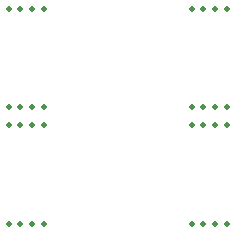
<source format=gbs>
G04 #@! TF.GenerationSoftware,KiCad,Pcbnew,7.0.10*
G04 #@! TF.CreationDate,2024-01-04T17:00:18+01:00*
G04 #@! TF.ProjectId,temperature-sensor-2x2,74656d70-6572-4617-9475-72652d73656e,rev?*
G04 #@! TF.SameCoordinates,Original*
G04 #@! TF.FileFunction,Soldermask,Bot*
G04 #@! TF.FilePolarity,Negative*
%FSLAX46Y46*%
G04 Gerber Fmt 4.6, Leading zero omitted, Abs format (unit mm)*
G04 Created by KiCad (PCBNEW 7.0.10) date 2024-01-04 17:00:18*
%MOMM*%
%LPD*%
G01*
G04 APERTURE LIST*
%ADD10C,0.500000*%
G04 APERTURE END LIST*
D10*
X140250000Y-36100000D03*
X142250013Y-37700310D03*
X140250000Y-27800000D03*
X156750000Y-46000000D03*
X141250013Y-37700240D03*
X142250000Y-27800000D03*
X154750000Y-36100000D03*
X154750000Y-27800000D03*
X157750000Y-36100000D03*
X155750000Y-36100000D03*
X139250000Y-46000000D03*
X142250000Y-46000000D03*
X154750000Y-37700000D03*
X140250014Y-37700171D03*
X141250000Y-46000000D03*
X157750000Y-46000000D03*
X140250000Y-46000000D03*
X157750000Y-37700000D03*
X154750000Y-46000000D03*
X139250014Y-37700102D03*
X141250000Y-36100000D03*
X156750000Y-27800000D03*
X141250000Y-27800000D03*
X139250000Y-36100000D03*
X156750000Y-36100000D03*
X142250000Y-36100000D03*
X157750000Y-27800000D03*
X139250000Y-27800000D03*
X155750000Y-46000000D03*
X155750000Y-37700000D03*
X155750000Y-27800000D03*
X156750000Y-37700000D03*
M02*

</source>
